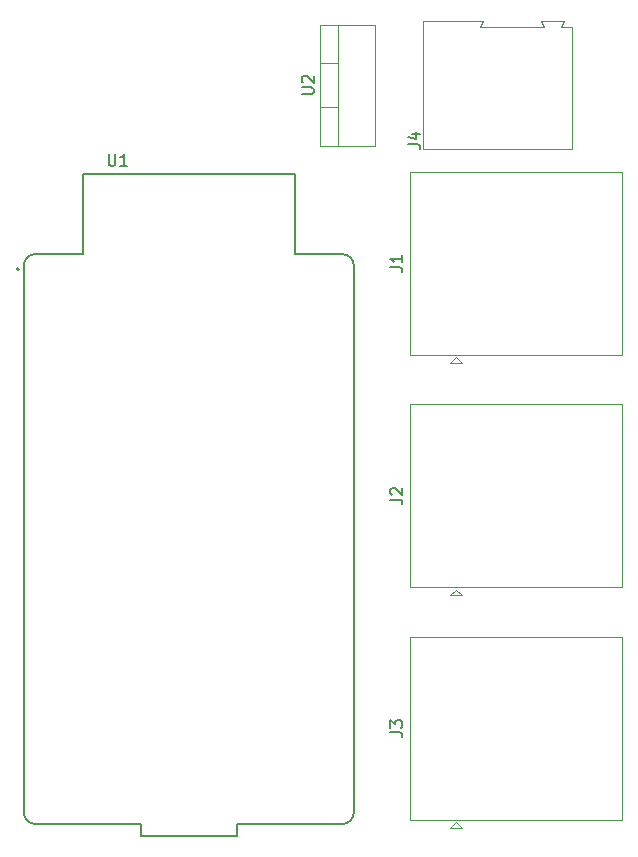
<source format=gbr>
%TF.GenerationSoftware,KiCad,Pcbnew,7.0.9*%
%TF.CreationDate,2024-06-07T23:52:37-04:00*%
%TF.ProjectId,Coms Board V2,436f6d73-2042-46f6-9172-642056322e6b,rev?*%
%TF.SameCoordinates,Original*%
%TF.FileFunction,Legend,Top*%
%TF.FilePolarity,Positive*%
%FSLAX46Y46*%
G04 Gerber Fmt 4.6, Leading zero omitted, Abs format (unit mm)*
G04 Created by KiCad (PCBNEW 7.0.9) date 2024-06-07 23:52:37*
%MOMM*%
%LPD*%
G01*
G04 APERTURE LIST*
%ADD10C,0.150000*%
%ADD11C,0.120000*%
%ADD12C,0.127000*%
%ADD13C,0.200000*%
G04 APERTURE END LIST*
D10*
X164614819Y-113835833D02*
X165329104Y-113835833D01*
X165329104Y-113835833D02*
X165471961Y-113883452D01*
X165471961Y-113883452D02*
X165567200Y-113978690D01*
X165567200Y-113978690D02*
X165614819Y-114121547D01*
X165614819Y-114121547D02*
X165614819Y-114216785D01*
X164614819Y-113454880D02*
X164614819Y-112835833D01*
X164614819Y-112835833D02*
X164995771Y-113169166D01*
X164995771Y-113169166D02*
X164995771Y-113026309D01*
X164995771Y-113026309D02*
X165043390Y-112931071D01*
X165043390Y-112931071D02*
X165091009Y-112883452D01*
X165091009Y-112883452D02*
X165186247Y-112835833D01*
X165186247Y-112835833D02*
X165424342Y-112835833D01*
X165424342Y-112835833D02*
X165519580Y-112883452D01*
X165519580Y-112883452D02*
X165567200Y-112931071D01*
X165567200Y-112931071D02*
X165614819Y-113026309D01*
X165614819Y-113026309D02*
X165614819Y-113312023D01*
X165614819Y-113312023D02*
X165567200Y-113407261D01*
X165567200Y-113407261D02*
X165519580Y-113454880D01*
X164614819Y-74465833D02*
X165329104Y-74465833D01*
X165329104Y-74465833D02*
X165471961Y-74513452D01*
X165471961Y-74513452D02*
X165567200Y-74608690D01*
X165567200Y-74608690D02*
X165614819Y-74751547D01*
X165614819Y-74751547D02*
X165614819Y-74846785D01*
X165614819Y-73465833D02*
X165614819Y-74037261D01*
X165614819Y-73751547D02*
X164614819Y-73751547D01*
X164614819Y-73751547D02*
X164757676Y-73846785D01*
X164757676Y-73846785D02*
X164852914Y-73942023D01*
X164852914Y-73942023D02*
X164900533Y-74037261D01*
X164614819Y-94150833D02*
X165329104Y-94150833D01*
X165329104Y-94150833D02*
X165471961Y-94198452D01*
X165471961Y-94198452D02*
X165567200Y-94293690D01*
X165567200Y-94293690D02*
X165614819Y-94436547D01*
X165614819Y-94436547D02*
X165614819Y-94531785D01*
X164710057Y-93722261D02*
X164662438Y-93674642D01*
X164662438Y-93674642D02*
X164614819Y-93579404D01*
X164614819Y-93579404D02*
X164614819Y-93341309D01*
X164614819Y-93341309D02*
X164662438Y-93246071D01*
X164662438Y-93246071D02*
X164710057Y-93198452D01*
X164710057Y-93198452D02*
X164805295Y-93150833D01*
X164805295Y-93150833D02*
X164900533Y-93150833D01*
X164900533Y-93150833D02*
X165043390Y-93198452D01*
X165043390Y-93198452D02*
X165614819Y-93769880D01*
X165614819Y-93769880D02*
X165614819Y-93150833D01*
X140753095Y-64872319D02*
X140753095Y-65681842D01*
X140753095Y-65681842D02*
X140800714Y-65777080D01*
X140800714Y-65777080D02*
X140848333Y-65824700D01*
X140848333Y-65824700D02*
X140943571Y-65872319D01*
X140943571Y-65872319D02*
X141134047Y-65872319D01*
X141134047Y-65872319D02*
X141229285Y-65824700D01*
X141229285Y-65824700D02*
X141276904Y-65777080D01*
X141276904Y-65777080D02*
X141324523Y-65681842D01*
X141324523Y-65681842D02*
X141324523Y-64872319D01*
X142324523Y-65872319D02*
X141753095Y-65872319D01*
X142038809Y-65872319D02*
X142038809Y-64872319D01*
X142038809Y-64872319D02*
X141943571Y-65015176D01*
X141943571Y-65015176D02*
X141848333Y-65110414D01*
X141848333Y-65110414D02*
X141753095Y-65158033D01*
X157109819Y-59816904D02*
X157919342Y-59816904D01*
X157919342Y-59816904D02*
X158014580Y-59769285D01*
X158014580Y-59769285D02*
X158062200Y-59721666D01*
X158062200Y-59721666D02*
X158109819Y-59626428D01*
X158109819Y-59626428D02*
X158109819Y-59435952D01*
X158109819Y-59435952D02*
X158062200Y-59340714D01*
X158062200Y-59340714D02*
X158014580Y-59293095D01*
X158014580Y-59293095D02*
X157919342Y-59245476D01*
X157919342Y-59245476D02*
X157109819Y-59245476D01*
X157205057Y-58816904D02*
X157157438Y-58769285D01*
X157157438Y-58769285D02*
X157109819Y-58674047D01*
X157109819Y-58674047D02*
X157109819Y-58435952D01*
X157109819Y-58435952D02*
X157157438Y-58340714D01*
X157157438Y-58340714D02*
X157205057Y-58293095D01*
X157205057Y-58293095D02*
X157300295Y-58245476D01*
X157300295Y-58245476D02*
X157395533Y-58245476D01*
X157395533Y-58245476D02*
X157538390Y-58293095D01*
X157538390Y-58293095D02*
X158109819Y-58864523D01*
X158109819Y-58864523D02*
X158109819Y-58245476D01*
X166144819Y-64073333D02*
X166859104Y-64073333D01*
X166859104Y-64073333D02*
X167001961Y-64120952D01*
X167001961Y-64120952D02*
X167097200Y-64216190D01*
X167097200Y-64216190D02*
X167144819Y-64359047D01*
X167144819Y-64359047D02*
X167144819Y-64454285D01*
X166478152Y-63168571D02*
X167144819Y-63168571D01*
X166097200Y-63406666D02*
X166811485Y-63644761D01*
X166811485Y-63644761D02*
X166811485Y-63025714D01*
D11*
%TO.C,J3*%
X169660000Y-121947500D02*
X170660000Y-121947500D01*
X170660000Y-121947500D02*
X170160000Y-121447500D01*
X170160000Y-121447500D02*
X169660000Y-121947500D01*
X166280000Y-121262500D02*
X184240000Y-121262500D01*
X184240000Y-121262500D02*
X184240000Y-105742500D01*
X166280000Y-105742500D02*
X166280000Y-121262500D01*
X166280000Y-105742500D02*
X184240000Y-105742500D01*
%TO.C,J1*%
X169660000Y-82577500D02*
X170660000Y-82577500D01*
X170660000Y-82577500D02*
X170160000Y-82077500D01*
X170160000Y-82077500D02*
X169660000Y-82577500D01*
X166280000Y-81892500D02*
X184240000Y-81892500D01*
X184240000Y-81892500D02*
X184240000Y-66372500D01*
X166280000Y-66372500D02*
X166280000Y-81892500D01*
X166280000Y-66372500D02*
X184240000Y-66372500D01*
%TO.C,J2*%
X169660000Y-102262500D02*
X170660000Y-102262500D01*
X170660000Y-102262500D02*
X170160000Y-101762500D01*
X170160000Y-101762500D02*
X169660000Y-102262500D01*
X166280000Y-101577500D02*
X184240000Y-101577500D01*
X184240000Y-101577500D02*
X184240000Y-86057500D01*
X166280000Y-86057500D02*
X166280000Y-101577500D01*
X166280000Y-86057500D02*
X184240000Y-86057500D01*
D12*
%TO.C,U1*%
X133577500Y-120615000D02*
X133577500Y-74355000D01*
X134577500Y-73355000D02*
X138547500Y-73355000D01*
X134577500Y-121615000D02*
X143497500Y-121615000D01*
X138547500Y-66615000D02*
X156547500Y-66615000D01*
X138547500Y-73355000D02*
X138547500Y-66615000D01*
X143497500Y-121615000D02*
X143497500Y-122615000D01*
X143497500Y-122615000D02*
X151597500Y-122615000D01*
X151597500Y-121615000D02*
X160517500Y-121615000D01*
X151597500Y-122615000D02*
X151597500Y-121615000D01*
X156547500Y-66615000D02*
X156547500Y-73355000D01*
X156547500Y-73355000D02*
X160517500Y-73355000D01*
X161517500Y-120615000D02*
X161517500Y-74355000D01*
X134577500Y-73355000D02*
G75*
G03*
X133577500Y-74355000I-1J-999999D01*
G01*
X133577500Y-120615000D02*
G75*
G03*
X134577500Y-121615000I999999J-1D01*
G01*
X161517500Y-74355000D02*
G75*
G03*
X160517500Y-73355000I-1000000J0D01*
G01*
X160517500Y-121615000D02*
G75*
G03*
X161517500Y-120615000I0J1000000D01*
G01*
D13*
X133147500Y-74650000D02*
G75*
G03*
X133147500Y-74650000I-100000J0D01*
G01*
D11*
%TO.C,U2*%
X158655000Y-64175000D02*
X163296000Y-64175000D01*
X158655000Y-64175000D02*
X158655000Y-53935000D01*
X160165000Y-64175000D02*
X160165000Y-53935000D01*
X163296000Y-64175000D02*
X163296000Y-53935000D01*
X158655000Y-60905000D02*
X160165000Y-60905000D01*
X158655000Y-57204000D02*
X160165000Y-57204000D01*
X158655000Y-53935000D02*
X163296000Y-53935000D01*
%TO.C,J4*%
X167380000Y-64470000D02*
X179980000Y-64470000D01*
X179980000Y-64470000D02*
X179980000Y-54120000D01*
X172180000Y-54120000D02*
X172480000Y-53620000D01*
X177580000Y-54120000D02*
X172180000Y-54120000D01*
X179030000Y-54120000D02*
X179280000Y-53620000D01*
X179980000Y-54120000D02*
X179030000Y-54120000D01*
X167380000Y-53620000D02*
X167380000Y-64470000D01*
X172480000Y-53620000D02*
X167380000Y-53620000D01*
X177330000Y-53620000D02*
X177580000Y-54120000D01*
X177380000Y-53620000D02*
X177330000Y-53620000D01*
X179280000Y-53620000D02*
X177380000Y-53620000D01*
%TD*%
M02*

</source>
